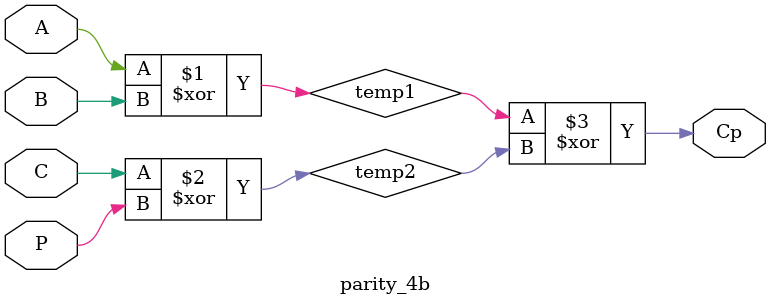
<source format=v>
`timescale 1ns / 1ps
module parity_4b(
    input A,  // 입력 A
    input B,  // 입력 B
    input C,  // 입력 C
    input P,  // 입력 P
    output Cp // 출력 Cp
    );

    wire temp1, temp2;
    assign temp1 = A ^ B;
    assign temp2 = C ^ P;
    assign Cp = temp1 ^ temp2;
endmodule
</source>
